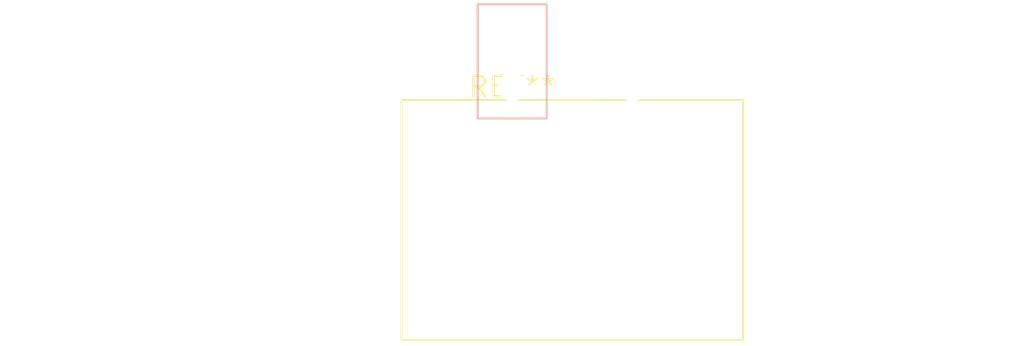
<source format=kicad_pcb>
(kicad_pcb (version 20240108) (generator pcbnew)
  (layers (0 "F.Cu" signal) (31 "B.Cu" signal) (34 "B.Paste" user) (35 "F.Paste" user) (36 "B.SilkS" user "B.Silkscreen") (37 "F.SilkS" user "F.Silkscreen") (38 "B.Mask" user) (39 "F.Mask" user) (44 "Edge.Cuts" user))
  (net 0 "")
  (footprint "Molex_Sabre_46007-1102_1x02_P7.49mm_Horizontal_ThermalVias" (layer "F.Cu") (at 0 0)
    (property "Reference" "REF**")
    (property "Value" "Molex_Sabre_46007-1102_1x02_P7.49mm_Horizontal_ThermalVias")
    (fp_line (start -2.15 -5.155) (end -2.15 1.975) (layer "B.SilkS") (stroke (width 0.12)))
    (fp_line (start -2.15 1.975) (end 2.15 1.975) (layer "B.SilkS") (stroke (width 0.12)))
    (fp_line (start 2.15 -5.155) (end -2.15 -5.155) (layer "B.SilkS") (stroke (width 0.12)))
    (fp_line (start 2.15 1.975) (end 2.15 -5.155) (layer "B.SilkS") (stroke (width 0.12)))
    (fp_line (start -6.9 0.815) (end -6.9 15.795) (layer "F.SilkS") (stroke (width 0.12)))
    (fp_line (start -6.9 15.795) (end 14.39 15.795) (layer "F.SilkS") (stroke (width 0.12)))
    (fp_line (start -2.15 0.815) (end -2.15 -4.895) (layer "F.SilkS") (stroke (width 0.12)))
    (fp_line (start 2.15 0.815) (end 5.34 0.815) (layer "F.SilkS") (stroke (width 0.12)))
    (fp_line (start 14.39 0.815) (end -6.9 0.815) (layer "F.SilkS") (stroke (width 0.12)))
    (fp_line (start 14.39 15.795) (end 14.39 0.815) (layer "F.SilkS") (stroke (width 0.12)))
    (pad "1" thru_hole rect (at -1.44 -4.445) (size 0.6 0.6) (drill 0.3) (layers *.Cu *.Mask) (remove_unused_layers))
    (pad "1" thru_hole rect (at -1.44 -3.0175) (size 0.6 0.6) (drill 0.3) (layers *.Cu *.Mask) (remove_unused_layers))
    (pad "1" thru_hole rect (at -1.44 -1.59) (size 0.6 0.6) (drill 0.3) (layers *.Cu *.Mask) (remove_unused_layers))
    (pad "1" thru_hole rect (at -1.44 -0.1625) (size 0.6 0.6) (drill 0.3) (layers *.Cu *.Mask) (remove_unused_layers))
    (pad "1" thru_hole rect (at -1.44 1.265) (size 0.6 0.6) (drill 0.3) (layers *.Cu *.Mask) (remove_unused_layers))
    (pad "1" thru_hole rect (at 0 -4.445) (size 0.6 0.6) (drill 0.3) (layers *.Cu *.Mask) (remove_unused_layers))
    (pad "1" thru_hole rect (at 0 -3.18) (size 3.78 3.43) (drill 1.78) (layers *.Cu *.Mask) (remove_unused_layers))
    (pad "1" thru_hole rect (at 0 -1.59) (size 0.6 0.6) (drill 0.3) (layers *.Cu *.Mask) (remove_unused_layers))
    (pad "1" thru_hole rect (at 0 0) (size 3.78 3.43) (drill 1.78) (layers *.Cu *.Mask) (remove_unused_layers))
    (pad "1" thru_hole rect (at 0 1.265) (size 0.6 0.6) (drill 0.3) (layers *.Cu *.Mask) (remove_unused_layers))
    (pad "1" thru_hole rect (at 1.44 -4.445) (size 0.6 0.6) (drill 0.3) (layers *.Cu *.Mask) (remove_unused_layers))
    (pad "1" thru_hole rect (at 1.44 -3.0175) (size 0.6 0.6) (drill 0.3) (layers *.Cu *.Mask) (remove_unused_layers))
    (pad "1" thru_hole rect (at 1.44 -1.59) (size 0.6 0.6) (drill 0.3) (layers *.Cu *.Mask) (remove_unused_layers))
    (pad "1" thru_hole rect (at 1.44 -0.1625) (size 0.6 0.6) (drill 0.3) (layers *.Cu *.Mask) (remove_unused_layers))
    (pad "1" thru_hole rect (at 1.44 1.265) (size 0.6 0.6) (drill 0.3) (layers *.Cu *.Mask) (remove_unused_layers))
    (pad "2" thru_hole circle (at 6.05 -4.445) (size 0.6 0.6) (drill 0.3) (layers *.Cu *.Mask) (remove_unused_layers))
    (pad "2" thru_hole circle (at 6.05 -3.0175) (size 0.6 0.6) (drill 0.3) (layers *.Cu *.Mask) (remove_unused_layers))
    (pad "2" thru_hole circle (at 6.05 -1.59) (size 0.6 0.6) (drill 0.3) (layers *.Cu *.Mask) (remove_unused_layers))
    (pad "2" thru_hole circle (at 6.05 -0.1625) (size 0.6 0.6) (drill 0.3) (layers *.Cu *.Mask) (remove_unused_layers))
    (pad "2" thru_hole circle (at 6.05 1.265) (size 0.6 0.6) (drill 0.3) (layers *.Cu *.Mask) (remove_unused_layers))
    (pad "2" thru_hole circle (at 7.49 -4.445) (size 0.6 0.6) (drill 0.3) (layers *.Cu *.Mask) (remove_unused_layers))
    (pad "2" thru_hole rect (at 7.49 -3.18) (size 3.78 3.43) (drill 1.78) (layers *.Cu *.Mask) (remove_unused_layers))
    (pad "2" thru_hole circle (at 7.49 -1.59) (size 0.6 0.6) (drill 0.3) (layers *.Cu *.Mask) (remove_unused_layers))
    (pad "2" thru_hole rect (at 7.49 0) (size 3.78 3.43) (drill 1.78) (layers *.Cu *.Mask) (remove_unused_layers))
    (pad "2" thru_hole circle (at 7.49 1.265) (size 0.6 0.6) (drill 0.3) (layers *.Cu *.Mask) (remove_unused_layers))
    (pad "2" thru_hole circle (at 8.93 -4.445) (size 0.6 0.6) (drill 0.3) (layers *.Cu *.Mask) (remove_unused_layers))
    (pad "2" thru_hole circle (at 8.93 -3.0175) (size 0.6 0.6) (drill 0.3) (layers *.Cu *.Mask) (remove_unused_layers))
    (pad "2" thru_hole circle (at 8.93 -1.59) (size 0.6 0.6) (drill 0.3) (layers *.Cu *.Mask) (remove_unused_layers))
    (pad "2" thru_hole circle (at 8.93 -0.1625) (size 0.6 0.6) (drill 0.3) (layers *.Cu *.Mask) (remove_unused_layers))
    (pad "2" thru_hole circle (at 8.93 1.265) (size 0.6 0.6) (drill 0.3) (layers *.Cu *.Mask) (remove_unused_layers))
  )
)
</source>
